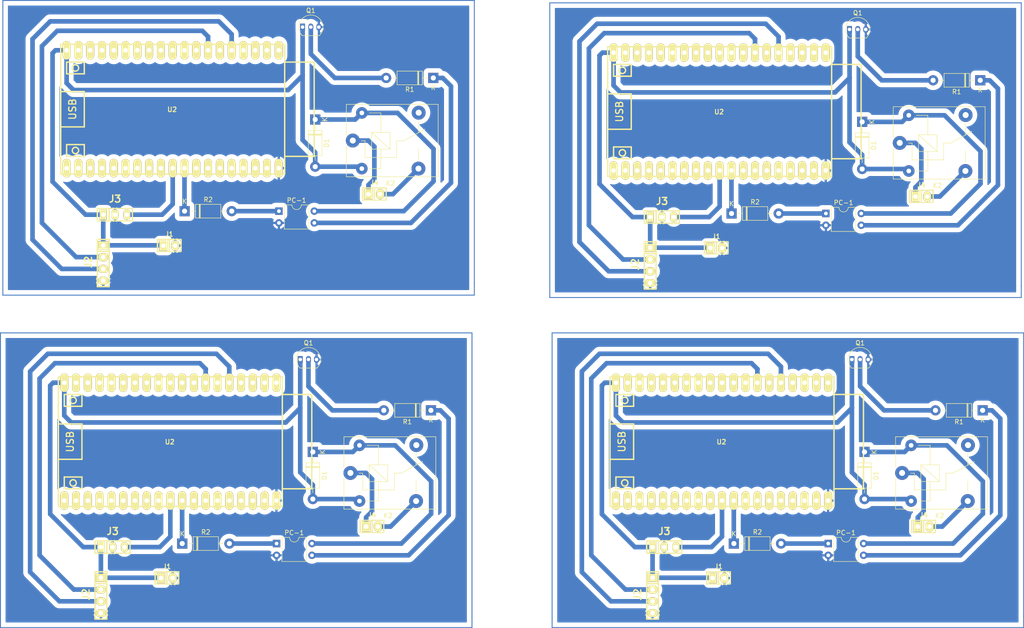
<source format=kicad_pcb>
(kicad_pcb (version 20240108) (generator "pcbnew") (generator_version "8.0")
  (layers (0 "F.Cu" signal) (31 "B.Cu" signal) (34 "B.Paste" user) (35 "F.Paste" user) (36 "B.SilkS" user "B.Silkscreen") (37 "F.SilkS" user "F.Silkscreen") (38 "B.Mask" user) (39 "F.Mask" user) (44 "Edge.Cuts" user))
  (net 0 "")
  (net 1 "GND")
  (net 2 "12V")
  (net 12 "ECCO")
  (net 14 "TRIG")
  (net 15 "Net-(J4-Pin_2)")
  (net 19 "Net-(Q1-B)")
  (net 28 "Net-(PC-1-Pad1)")
  (net 32 "18")
  (net 33 "AO")
  (net 34 "Net-(PC-1-Pad3)")
  (net 35 "5V")
  (net 40 "Net-(J4-Pin_1)")
  (footprint "Diode_THT:D_DO-41_SOD81_P10.16mm_Horizontal" (layer "F.Cu") (at 231.444 113.724 180)
    (property "Reference" "R1")
    (property "Value" "R")
  )
  (footprint "EESTN5:Pin_Header_3" (layer "F.Cu") (at 162.864 143.188)
    (property "Reference" "J3")
    (property "Value" "MQ-7" (hide yes))
  )
  (footprint "EESTN5:pin_strip_4" (layer "F.Cu") (at 160.324 153.602 -90)
    (property "Reference" "J2")
    (property "Value" "SENSOR DE ULTRASONIDO" (hide yes))
  )
  (footprint "Diode_THT:D_DO-41_SOD81_P10.16mm_Horizontal" (layer "F.Cu") (at 177.342 71.306)
    (property "Reference" "R2")
    (property "Value" "R")
  )
  (footprint "EESTN5:ESP32_DEVKITC" (layer "F.Cu") (at 56.418 120.464 180)
    (property "Reference" "U2")
    (property "Value" "ESP32_DEVKITC" (hide yes))
  )
  (footprint "Package_TO_SOT_THT:TO-92_Inline" (layer "F.Cu") (at 203.78 102.764)
    (property "Reference" "Q1")
    (property "Value" "BC548")
  )
  (footprint "EESTN5:Pin_Header_2" (layer "F.Cu") (at 218.236 67.3245)
    (property "Reference" "J4")
    (property "Value" "Conn_01x02_Pin" (hide yes))
  )
  (footprint "EESTN5:Pin_Header_2" (layer "F.Cu") (at 174.548 149.538)
    (property "Reference" "J1")
    (property "Value" "Conn_01x02_Pin" (hide yes))
  )
  (footprint "EESTN5:Pin_Header_2" (layer "F.Cu") (at 218.744 138.4445)
    (property "Reference" "J4")
    (property "Value" "Conn_01x02_Pin" (hide yes))
  )
  (footprint "EESTN5:pin_strip_4" (layer "F.Cu") (at 159.816 82.482 -90)
    (property "Reference" "J2")
    (property "Value" "SENSOR DE ULTRASONIDO" (hide yes))
  )
  (footprint "Package_DIP:DIP-4_W7.62mm" (layer "F.Cu") (at 79.816 70.793)
    (property "Reference" "PC-1")
    (property "Value" "PC817")
  )
  (footprint "Package_TO_SOT_THT:TO-92_Inline" (layer "F.Cu") (at 85.416 31.136)
    (property "Reference" "Q1")
    (property "Value" "BC548")
  )
  (footprint "EESTN5:Pin_Header_2" (layer "F.Cu") (at 174.04 78.418)
    (property "Reference" "J1")
    (property "Value" "Conn_01x02_Pin" (hide yes))
  )
  (footprint "Diode_THT:D_DO-41_SOD81_P10.16mm_Horizontal" (layer "F.Cu") (at 205.994 122.682 -90)
    (property "Reference" "D1")
    (property "Value" "1N4007")
  )
  (footprint "EESTN5:ESP32_DEVKITC" (layer "F.Cu") (at 174.782 49.344 180)
    (property "Reference" "U2")
    (property "Value" "ESP32_DEVKITC" (hide yes))
  )
  (footprint "EESTN5:Pin_Header_2" (layer "F.Cu") (at 100.38 66.8165)
    (property "Reference" "J4")
    (property "Value" "Conn_01x02_Pin" (hide yes))
  )
  (footprint "EESTN5:ESP32_DEVKITC" (layer "F.Cu") (at 175.29 120.464 180)
    (property "Reference" "U2")
    (property "Value" "ESP32_DEVKITC" (hide yes))
  )
  (footprint "EESTN5:Pin_Header_3" (layer "F.Cu") (at 162.356 72.068)
    (property "Reference" "J3")
    (property "Value" "MQ-7" (hide yes))
  )
  (footprint "Diode_THT:D_DO-41_SOD81_P10.16mm_Horizontal" (layer "F.Cu") (at 87.63 51.054 -90)
    (property "Reference" "D1")
    (property "Value" "1N4007")
  )
  (footprint "Relay_THT:Relay_SPDT_SANYOU_SRD_Series_Form_C" (layer "F.Cu") (at 214.094 127.212)
    (property "Reference" "K2")
    (property "Value" "SRD-12VDC-SL-C")
  )
  (footprint "EESTN5:pin_strip_4" (layer "F.Cu") (at 41.96 81.974 -90)
    (property "Reference" "J2")
    (property "Value" "SENSOR DE ULTRASONIDO" (hide yes))
  )
  (footprint "Diode_THT:D_DO-41_SOD81_P10.16mm_Horizontal" (layer "F.Cu") (at 230.936 42.604 180)
    (property "Reference" "R1")
    (property "Value" "R")
  )
  (footprint "Diode_THT:D_DO-41_SOD81_P10.16mm_Horizontal" (layer "F.Cu") (at 87.122 122.682 -90)
    (property "Reference" "D1")
    (property "Value" "1N4007")
  )
  (footprint "Package_TO_SOT_THT:TO-92_Inline" (layer "F.Cu") (at 203.272 31.644)
    (property "Reference" "Q1")
    (property "Value" "BC548")
  )
  (footprint "EESTN5:Pin_Header_3" (layer "F.Cu") (at 44.5 71.56)
    (property "Reference" "J3")
    (property "Value" "MQ-7" (hide yes))
  )
  (footprint "Package_TO_SOT_THT:TO-92_Inline" (layer "F.Cu") (at 84.908 102.764)
    (property "Reference" "Q1")
    (property "Value" "BC548")
  )
  (footprint "Diode_THT:D_DO-41_SOD81_P10.16mm_Horizontal" (layer "F.Cu") (at 177.85 142.426)
    (property "Reference" "R2")
    (property "Value" "R")
  )
  (footprint "EESTN5:Pin_Header_2" (layer "F.Cu") (at 99.872 138.4445)
    (property "Reference" "J4")
    (property "Value" "Conn_01x02_Pin" (hide yes))
  )
  (footprint "EESTN5:pin_strip_4" (layer "F.Cu") (at 41.452 153.602 -90)
    (property "Reference" "J2")
    (property "Value" "SENSOR DE ULTRASONIDO" (hide yes))
  )
  (footprint "Diode_THT:D_DO-41_SOD81_P10.16mm_Horizontal" (layer "F.Cu") (at 59.486 70.798)
    (property "Reference" "R2")
    (property "Value" "R")
  )
  (footprint "EESTN5:ESP32_DEVKITC" (layer "F.Cu") (at 56.926 48.836 180)
    (property "Reference" "U2")
    (property "Value" "ESP32_DEVKITC" (hide yes))
  )
  (footprint "Relay_THT:Relay_SPDT_SANYOU_SRD_Series_Form_C" (layer "F.Cu") (at 95.222 127.212)
    (property "Reference" "K2")
    (property "Value" "SRD-12VDC-SL-C")
  )
  (footprint "Diode_THT:D_DO-41_SOD81_P10.16mm_Horizontal" (layer "F.Cu") (at 205.486 51.562 -90)
    (property "Reference" "D1")
    (property "Value" "1N4007")
  )
  (footprint "EESTN5:Pin_Header_2" (layer "F.Cu") (at 55.676 149.538)
    (property "Reference" "J1")
    (property "Value" "Conn_01x02_Pin" (hide yes))
  )
  (footprint "EESTN5:Pin_Header_3" (layer "F.Cu") (at 43.992 143.188)
    (property "Reference" "J3")
    (property "Value" "MQ-7" (hide yes))
  )
  (footprint "Diode_THT:D_DO-41_SOD81_P10.16mm_Horizontal" (layer "F.Cu") (at 112.572 113.724 180)
    (property "Reference" "R1")
    (property "Value" "R")
  )
  (footprint "EESTN5:Pin_Header_2" (layer "F.Cu") (at 56.184 77.91)
    (property "Reference" "J1")
    (property "Value" "Conn_01x02_Pin" (hide yes))
  )
  (footprint "Package_DIP:DIP-4_W7.62mm" (layer "F.Cu") (at 79.308 142.421)
    (property "Reference" "PC-1")
    (property "Value" "PC817")
  )
  (footprint "Package_DIP:DIP-4_W7.62mm" (layer "F.Cu") (at 198.18 142.421)
    (property "Reference" "PC-1")
    (property "Value" "PC817")
  )
  (footprint "Diode_THT:D_DO-41_SOD81_P10.16mm_Horizontal" (layer "F.Cu") (at 58.978 142.426)
    (property "Reference" "R2")
    (property "Value" "R")
  )
  (footprint "Diode_THT:D_DO-41_SOD81_P10.16mm_Horizontal" (layer "F.Cu") (at 113.08 42.096 180)
    (property "Reference" "R1")
    (property "Value" "R")
  )
  (footprint "Relay_THT:Relay_SPDT_SANYOU_SRD_Series_Form_C" (layer "F.Cu") (at 213.586 56.092)
    (property "Reference" "K2")
    (property "Value" "SRD-12VDC-SL-C")
  )
  (footprint "Relay_THT:Relay_SPDT_SANYOU_SRD_Series_Form_C" (layer "F.Cu") (at 95.73 55.584)
    (property "Reference" "K2")
    (property "Value" "SRD-12VDC-SL-C")
  )
  (footprint "Package_DIP:DIP-4_W7.62mm" (layer "F.Cu") (at 197.672 71.301)
    (property "Reference" "PC-1")
    (property "Value" "PC817")
  )
  (gr_line (start 240.284 160.528) (end 138.684 160.528) (stroke (width 0.2)) (layer "B.Cu"))
  (gr_line (start 121.92 88.9) (end 20.32 88.9) (stroke (width 0.2)) (layer "B.Cu"))
  (gr_line (start 20.32 88.9) (end 20.32 25.4) (stroke (width 0.2)) (layer "B.Cu"))
  (gr_line (start 121.412 160.528) (end 19.812 160.528) (stroke (width 0.2)) (layer "B.Cu"))
  (gr_line (start 138.176 25.908) (end 239.776 25.908) (stroke (width 0.2)) (layer "B.Cu"))
  (gr_line (start 239.776 86.868) (end 239.776 89.408) (stroke (width 0.2)) (layer "B.Cu"))
  (gr_line (start 240.284 157.988) (end 240.284 160.528) (stroke (width 0.2)) (layer "B.Cu"))
  (gr_line (start 240.284 97.028) (end 240.284 157.988) (stroke (width 0.2)) (layer "B.Cu"))
  (gr_line (start 121.412 97.028) (end 121.412 157.988) (stroke (width 0.2)) (layer "B.Cu"))
  (gr_line (start 138.684 160.528) (end 138.684 97.028) (stroke (width 0.2)) (layer "B.Cu"))
  (gr_line (start 20.32 25.4) (end 121.92 25.4) (stroke (width 0.2)) (layer "B.Cu"))
  (gr_line (start 121.412 157.988) (end 121.412 160.528) (stroke (width 0.2)) (layer "B.Cu"))
  (gr_line (start 138.176 89.408) (end 138.176 25.908) (stroke (width 0.2)) (layer "B.Cu"))
  (gr_line (start 239.776 89.408) (end 138.176 89.408) (stroke (width 0.2)) (layer "B.Cu"))
  (gr_line (start 19.812 97.028) (end 121.412 97.028) (stroke (width 0.2)) (layer "B.Cu"))
  (gr_line (start 19.812 160.528) (end 19.812 97.028) (stroke (width 0.2)) (layer "B.Cu"))
  (gr_line (start 239.776 25.908) (end 239.776 86.868) (stroke (width 0.2)) (layer "B.Cu"))
  (gr_line (start 121.92 25.4) (end 121.92 86.36) (stroke (width 0.2)) (layer "B.Cu"))
  (gr_line (start 121.92 86.36) (end 121.92 88.9) (stroke (width 0.2)) (layer "B.Cu"))
  (gr_line (start 138.684 97.028) (end 240.284 97.028) (stroke (width 0.2)) (layer "B.Cu"))
  (segment (start 112.622 129.012) (end 104.872 121.262) (width 1) (layer "B.Cu") (net 2))
  (segment (start 215.536 50.142) (end 214.116 51.562) (width 1) (layer "B.Cu") (net 2))
  (segment (start 230.986 64.892) (end 230.986 57.892) (width 1) (layer "B.Cu") (net 2))
  (segment (start 97.68 49.634) (end 96.26 51.054) (width 1) (layer "B.Cu") (net 2))
  (segment (start 214.624 122.682) (end 205.994 122.682) (width 1) (layer "B.Cu") (net 2))
  (segment (start 225.085 142.421) (end 205.8 142.421) (width 1) (layer "B.Cu") (net 2))
  (segment (start 97.172 121.262) (end 95.752 122.682) (width 1) (layer "B.Cu") (net 2))
  (segment (start 231.494 136.012) (end 231.494 129.012) (width 1) (layer "B.Cu") (net 2))
  (segment (start 104.872 121.262) (end 97.172 121.262) (width 1) (layer "B.Cu") (net 2))
  (segment (start 230.986 64.892) (end 224.577 71.301) (width 1) (layer "B.Cu") (net 2))
  (segment (start 223.236 50.142) (end 215.536 50.142) (width 1) (layer "B.Cu") (net 2))
  (segment (start 112.622 136.012) (end 112.622 129.012) (width 1) (layer "B.Cu") (net 2))
  (segment (start 231.494 129.012) (end 223.744 121.262) (width 1) (layer "B.Cu") (net 2))
  (segment (start 214.116 51.562) (end 205.486 51.562) (width 1) (layer "B.Cu") (net 2))
  (segment (start 106.213 142.421) (end 86.928 142.421) (width 1) (layer "B.Cu") (net 2))
  (segment (start 230.986 57.892) (end 223.236 50.142) (width 1) (layer "B.Cu") (net 2))
  (segment (start 113.13 57.384) (end 105.38 49.634) (width 1) (layer "B.Cu") (net 2))
  (segment (start 112.622 136.012) (end 106.213 142.421) (width 1) (layer "B.Cu") (net 2))
  (segment (start 113.13 64.384) (end 113.13 57.384) (width 1) (layer "B.Cu") (net 2))
  (segment (start 223.744 121.262) (end 216.044 121.262) (width 1) (layer "B.Cu") (net 2))
  (segment (start 95.752 122.682) (end 87.122 122.682) (width 1) (layer "B.Cu") (net 2))
  (segment (start 224.577 71.301) (end 205.292 71.301) (width 1) (layer "B.Cu") (net 2))
  (segment (start 113.13 64.384) (end 106.721 70.793) (width 1) (layer "B.Cu") (net 2))
  (segment (start 106.721 70.793) (end 87.436 70.793) (width 1) (layer "B.Cu") (net 2))
  (segment (start 96.26 51.054) (end 87.63 51.054) (width 1) (layer "B.Cu") (net 2))
  (segment (start 216.044 121.262) (end 214.624 122.682) (width 1) (layer "B.Cu") (net 2))
  (segment (start 105.38 49.634) (end 97.68 49.634) (width 1) (layer "B.Cu") (net 2))
  (segment (start 231.494 136.012) (end 225.085 142.421) (width 1) (layer "B.Cu") (net 2))
  (segment (start 148.894 101.532) (end 185.216 101.532) (width 1) (layer "B.Cu") (net 12))
  (segment (start 26.72 33.714) (end 30.53 29.904) (width 1) (layer "B.Cu") (net 12))
  (segment (start 41.96 83.244) (end 33.02 83.244) (width 1) (layer "B.Cu") (net 12))
  (segment (start 144.576 34.222) (end 148.386 30.412) (width 1) (layer "B.Cu") (net 12))
  (segment (start 30.53 29.904) (end 66.852 29.904) (width 1) (layer "B.Cu") (net 12))
  (segment (start 187.482 33.186) (end 187.482 36.644) (width 1) (layer "B.Cu") (net 12))
  (segment (start 145.084 148.572) (end 145.084 105.342) (width 1) (layer "B.Cu") (net 12))
  (segment (start 66.344 101.532) (end 69.118 104.306) (width 1) (layer "B.Cu") (net 12))
  (segment (start 26.212 105.342) (end 30.022 101.532) (width 1) (layer "B.Cu") (net 12))
  (segment (start 187.99 104.306) (end 187.99 107.764) (width 1) (layer "B.Cu") (net 12))
  (segment (start 184.708 30.412) (end 187.482 33.186) (width 1) (layer "B.Cu") (net 12))
  (segment (start 145.084 105.342) (end 148.894 101.532) (width 1) (layer "B.Cu") (net 12))
  (segment (start 26.72 76.944) (end 26.72 33.714) (width 1) (layer "B.Cu") (net 12))
  (segment (start 41.452 154.872) (end 32.512 154.872) (width 1) (layer "B.Cu") (net 12))
  (segment (start 33.02 83.244) (end 26.72 76.944) (width 1) (layer "B.Cu") (net 12))
  (segment (start 30.022 101.532) (end 66.344 101.532) (width 1) (layer "B.Cu") (net 12))
  (segment (start 69.626 32.678) (end 69.626 36.136) (width 1) (layer "B.Cu") (net 12))
  (segment (start 159.816 83.752) (end 150.876 83.752) (width 1) (layer "B.Cu") (net 12))
  (segment (start 151.384 154.872) (end 145.084 148.572) (width 1) (layer "B.Cu") (net 12))
  (segment (start 32.512 154.872) (end 26.212 148.572) (width 1) (layer "B.Cu") (net 12))
  (segment (start 69.118 104.306) (end 69.118 107.764) (width 1) (layer "B.Cu") (net 12))
  (segment (start 150.876 83.752) (end 144.576 77.452) (width 1) (layer "B.Cu") (net 12))
  (segment (start 144.576 77.452) (end 144.576 34.222) (width 1) (layer "B.Cu") (net 12))
  (segment (start 160.324 154.872) (end 151.384 154.872) (width 1) (layer "B.Cu") (net 12))
  (segment (start 26.212 148.572) (end 26.212 105.342) (width 1) (layer "B.Cu") (net 12))
  (segment (start 66.852 29.904) (end 69.626 32.678) (width 1) (layer "B.Cu") (net 12))
  (segment (start 185.216 101.532) (end 187.99 104.306) (width 1) (layer "B.Cu") (net 12))
  (segment (start 148.386 30.412) (end 184.708 30.412) (width 1) (layer "B.Cu") (net 12))
  (segment (start 146.608 35.746) (end 149.91 32.444) (width 1) (layer "B.Cu") (net 14))
  (segment (start 153.979 81.212) (end 146.608 73.841) (width 1) (layer "B.Cu") (net 14))
  (segment (start 159.816 81.212) (end 153.979 81.212) (width 1) (layer "B.Cu") (net 14))
  (segment (start 63.296 31.936) (end 64.566 33.206) (width 1) (layer "B.Cu") (net 14))
  (segment (start 28.752 73.333) (end 28.752 35.238) (width 1) (layer "B.Cu") (net 14))
  (segment (start 28.244 144.961) (end 28.244 106.866) (width 1) (layer "B.Cu") (net 14))
  (segment (start 36.123 80.704) (end 28.752 73.333) (width 1) (layer "B.Cu") (net 14))
  (segment (start 41.96 80.704) (end 36.123 80.704) (width 1) (layer "B.Cu") (net 14))
  (segment (start 64.566 33.206) (end 64.546 33.226) (width 1) (layer "B.Cu") (net 14))
  (segment (start 149.91 32.444) (end 181.152 32.444) (width 1) (layer "B.Cu") (net 14))
  (segment (start 182.91 104.854) (end 182.91 107.764) (width 1) (layer "B.Cu") (net 14))
  (segment (start 150.418 103.564) (end 181.66 103.564) (width 1) (layer "B.Cu") (net 14))
  (segment (start 146.608 73.841) (end 146.608 35.746) (width 1) (layer "B.Cu") (net 14))
  (segment (start 160.324 152.332) (end 154.487 152.332) (width 1) (layer "B.Cu") (net 14))
  (segment (start 147.116 106.866) (end 150.418 103.564) (width 1) (layer "B.Cu") (net 14))
  (segment (start 154.487 152.332) (end 147.116 144.961) (width 1) (layer "B.Cu") (net 14))
  (segment (start 31.546 103.564) (end 62.788 103.564) (width 1) (layer "B.Cu") (net 14))
  (segment (start 64.058 104.834) (end 64.038 104.854) (width 1) (layer "B.Cu") (net 14))
  (segment (start 182.422 33.714) (end 182.402 33.734) (width 1) (layer "B.Cu") (net 14))
  (segment (start 181.152 32.444) (end 182.422 33.714) (width 1) (layer "B.Cu") (net 14))
  (segment (start 28.244 106.866) (end 31.546 103.564) (width 1) (layer "B.Cu") (net 14))
  (segment (start 64.546 33.226) (end 64.546 36.136) (width 1) (layer "B.Cu") (net 14))
  (segment (start 35.615 152.332) (end 28.244 144.961) (width 1) (layer "B.Cu") (net 14))
  (segment (start 28.752 35.238) (end 32.054 31.936) (width 1) (layer "B.Cu") (net 14))
  (segment (start 182.93 104.834) (end 182.91 104.854) (width 1) (layer "B.Cu") (net 14))
  (segment (start 182.402 33.734) (end 182.402 36.644) (width 1) (layer "B.Cu") (net 14))
  (segment (start 181.66 103.564) (end 182.93 104.834) (width 1) (layer "B.Cu") (net 14))
  (segment (start 62.788 103.564) (end 64.058 104.834) (width 1) (layer "B.Cu") (net 14))
  (segment (start 64.038 104.854) (end 64.038 107.764) (width 1) (layer "B.Cu") (net 14))
  (segment (start 32.054 31.936) (end 63.296 31.936) (width 1) (layer "B.Cu") (net 14))
  (segment (start 41.452 152.332) (end 35.615 152.332) (width 1) (layer "B.Cu") (net 14))
  (segment (start 147.116 144.961) (end 147.116 106.866) (width 1) (layer "B.Cu") (net 14))
  (segment (start 222.236 67.642) (end 227.736 62.142) (width 1) (layer "B.Cu") (net 15))
  (segment (start 222.744 138.762) (end 228.244 133.262) (width 1) (layer "B.Cu") (net 15))
  (segment (start 101.142 138.762) (end 103.872 138.762) (width 1) (layer "B.Cu") (net 15))
  (segment (start 103.872 138.762) (end 109.372 133.262) (width 1) (layer "B.Cu") (net 15))
  (segment (start 220.014 138.762) (end 222.744 138.762) (width 1) (layer "B.Cu") (net 15))
  (segment (start 101.65 67.134) (end 104.38 67.134) (width 1) (layer "B.Cu") (net 15))
  (segment (start 219.506 67.642) (end 222.236 67.642) (width 1) (layer "B.Cu") (net 15))
  (segment (start 104.38 67.134) (end 109.88 61.634) (width 1) (layer "B.Cu") (net 15))
  (segment (start 205.05 102.764) (end 205.05 108.554) (width 1) (layer "B.Cu") (net 19))
  (segment (start 86.686 31.136) (end 86.686 36.926) (width 1) (layer "B.Cu") (net 19))
  (segment (start 86.178 102.764) (end 86.178 108.554) (width 1) (layer "B.Cu") (net 19))
  (segment (start 91.856 42.096) (end 102.92 42.096) (width 1) (layer "B.Cu") (net 19))
  (segment (start 205.05 108.554) (end 210.22 113.724) (width 1) (layer "B.Cu") (net 19))
  (segment (start 204.542 31.644) (end 204.542 37.434) (width 1) (layer "B.Cu") (net 19))
  (segment (start 204.542 37.434) (end 209.712 42.604) (width 1) (layer "B.Cu") (net 19))
  (segment (start 86.178 108.554) (end 91.348 113.724) (width 1) (layer "B.Cu") (net 19))
  (segment (start 209.712 42.604) (end 220.776 42.604) (width 1) (layer "B.Cu") (net 19))
  (segment (start 210.22 113.724) (end 221.284 113.724) (width 1) (layer "B.Cu") (net 19))
  (segment (start 91.348 113.724) (end 102.412 113.724) (width 1) (layer "B.Cu") (net 19))
  (segment (start 86.686 36.926) (end 91.856 42.096) (width 1) (layer "B.Cu") (net 19))
  (segment (start 198.175 142.426) (end 198.18 142.421) (width 1) (layer "B.Cu") (net 28))
  (segment (start 69.138 142.426) (end 79.303 142.426) (width 1) (layer "B.Cu") (net 28))
  (segment (start 79.811 70.798) (end 79.816 70.793) (width 1) (layer "B.Cu") (net 28))
  (segment (start 187.502 71.306) (end 197.667 71.306) (width 1) (layer "B.Cu") (net 28))
  (segment (start 188.01 142.426) (end 198.175 142.426) (width 1) (layer "B.Cu") (net 28))
  (segment (start 69.646 70.798) (end 79.811 70.798) (width 1) (layer "B.Cu") (net 28))
  (segment (start 197.667 71.306) (end 197.672 71.301) (width 1) (layer "B.Cu") (net 28))
  (segment (start 79.303 142.426) (end 79.308 142.421) (width 1) (layer "B.Cu") (net 28))
  (segment (start 59.466 70.778) (end 59.486 70.798) (width 1) (layer "B.Cu") (net 32))
  (segment (start 58.958 133.164) (end 58.958 142.406) (width 1) (layer "B.Cu") (net 32))
  (segment (start 177.83 142.406) (end 177.85 142.426) (width 1) (layer "B.Cu") (net 32))
  (segment (start 177.83 133.164) (end 177.83 142.406) (width 1) (layer "B.Cu") (net 32))
  (segment (start 59.466 61.536) (end 59.466 70.778) (width 1) (layer "B.Cu") (net 32))
  (segment (start 58.958 142.406) (end 58.978 142.426) (width 1) (layer "B.Cu") (net 32))
  (segment (start 177.322 62.044) (end 177.322 71.286) (width 1) (layer "B.Cu") (net 32))
  (segment (start 177.322 71.286) (end 177.342 71.306) (width 1) (layer "B.Cu") (net 32))
  (segment (start 164.896 72.068) (end 172.516 72.068) (width 1) (layer "B.Cu") (net 33))
  (segment (start 56.418 140.922) (end 56.418 133.164) (width 1) (layer "B.Cu") (net 33))
  (segment (start 47.04 71.56) (end 54.66 71.56) (width 1) (layer "B.Cu") (net 33))
  (segment (start 54.152 143.188) (end 56.418 140.922) (width 1) (layer "B.Cu") (net 33))
  (segment (start 174.782 69.802) (end 174.782 62.044) (width 1) (layer "B.Cu") (net 33))
  (segment (start 46.532 143.188) (end 54.152 143.188) (width 1) (layer "B.Cu") (net 33))
  (segment (start 172.516 72.068) (end 174.782 69.802) (width 1) (layer "B.Cu") (net 33))
  (segment (start 173.024 143.188) (end 175.29 140.922) (width 1) (layer "B.Cu") (net 33))
  (segment (start 56.926 69.294) (end 56.926 61.536) (width 1) (layer "B.Cu") (net 33))
  (segment (start 175.29 140.922) (end 175.29 133.164) (width 1) (layer "B.Cu") (net 33))
  (segment (start 165.404 143.188) (end 173.024 143.188) (width 1) (layer "B.Cu") (net 33))
  (segment (start 54.66 71.56) (end 56.926 69.294) (width 1) (layer "B.Cu") (net 33))
  (segment (start 116.89 64.702) (end 116.89 43.874) (width 1) (layer "B.Cu") (net 34))
  (segment (start 108.259 73.333) (end 116.89 64.702) (width 1) (layer "B.Cu") (net 34))
  (segment (start 235.254 136.33) (end 235.254 115.502) (width 1) (layer "B.Cu") (net 34))
  (segment (start 107.751 144.961) (end 116.382 136.33) (width 1) (layer "B.Cu") (net 34))
  (segment (start 116.382 136.33) (end 116.382 115.502) (width 1) (layer "B.Cu") (net 34))
  (segment (start 226.115 73.841) (end 234.746 65.21) (width 1) (layer "B.Cu") (net 34))
  (segment (start 116.89 43.874) (end 115.112 42.096) (width 1) (layer "B.Cu") (net 34))
  (segment (start 116.382 115.502) (end 114.604 113.724) (width 1) (layer "B.Cu") (net 34))
  (segment (start 115.112 42.096) (end 113.08 42.096) (width 1) (layer "B.Cu") (net 34))
  (segment (start 226.623 144.961) (end 235.254 136.33) (width 1) (layer "B.Cu") (net 34))
  (segment (start 234.746 65.21) (end 234.746 44.382) (width 1) (layer "B.Cu") (net 34))
  (segment (start 205.292 73.841) (end 226.115 73.841) (width 1) (layer "B.Cu") (net 34))
  (segment (start 114.604 113.724) (end 112.572 113.724) (width 1) (layer "B.Cu") (net 34))
  (segment (start 234.746 44.382) (end 232.968 42.604) (width 1) (layer "B.Cu") (net 34))
  (segment (start 205.8 144.961) (end 226.623 144.961) (width 1) (layer "B.Cu") (net 34))
  (segment (start 233.476 113.724) (end 231.444 113.724) (width 1) (layer "B.Cu") (net 34))
  (segment (start 86.928 144.961) (end 107.751 144.961) (width 1) (layer "B.Cu") (net 34))
  (segment (start 235.254 115.502) (end 233.476 113.724) (width 1) (layer "B.Cu") (net 34))
  (segment (start 232.968 42.604) (end 230.936 42.604) (width 1) (layer "B.Cu") (net 34))
  (segment (start 87.436 73.333) (end 108.259 73.333) (width 1) (layer "B.Cu") (net 34))
  (segment (start 41.96 71.56) (end 41.96 78.164) (width 1) (layer "B.Cu") (net 35))
  (segment (start 87.63 61.214) (end 97.26 61.214) (width 1) (layer "B.Cu") (net 35))
  (segment (start 205.486 58.674) (end 202.772 55.96) (width 1) (layer "B.Cu") (net 35))
  (segment (start 215.624 132.842) (end 216.044 133.262) (width 1) (layer "B.Cu") (net 35))
  (segment (start 96.752 132.842) (end 97.172 133.262) (width 1) (layer "B.Cu") (net 35))
  (segment (start 215.116 61.722) (end 215.536 62.142) (width 1) (layer "B.Cu") (net 35))
  (segment (start 87.63 61.214) (end 87.63 58.166) (width 1) (layer "B.Cu") (net 35))
  (segment (start 149.402 108.39) (end 150.028 107.764) (width 1) (layer "B.Cu") (net 35))
  (segment (start 152.43 107.764) (end 152.43 114.838) (width 1) (layer "B.Cu") (net 35))
  (segment (start 81.28 116.332) (end 84.408 113.204) (width 1) (layer "B.Cu") (net 35))
  (segment (start 37.642 143.188) (end 30.53 136.076) (width 1) (layer "B.Cu") (net 35))
  (segment (start 54.3425 149.792) (end 54.406 149.8555) (width 1) (layer "B.Cu") (net 35))
  (segment (start 205.486 61.722) (end 215.116 61.722) (width 1) (layer "B.Cu") (net 35))
  (segment (start 87.122 132.842) (end 87.122 129.794) (width 1) (layer "B.Cu") (net 35))
  (segment (start 149.52 36.644) (end 151.922 36.644) (width 1) (layer "B.Cu") (net 35))
  (segment (start 87.122 132.842) (end 96.752 132.842) (width 1) (layer "B.Cu") (net 35))
  (segment (start 202.772 42.084) (end 202.772 31.644) (width 1) (layer "B.Cu") (net 35))
  (segment (start 30.53 136.076) (end 30.53 108.39) (width 1) (layer "B.Cu") (net 35))
  (segment (start 33.558 107.764) (end 33.558 114.838) (width 1) (layer "B.Cu") (net 35))
  (segment (start 152.43 114.838) (end 153.924 116.332) (width 1) (layer "B.Cu") (net 35))
  (segment (start 151.922 36.644) (end 151.922 43.718) (width 1) (layer "B.Cu") (net 35))
  (segment (start 41.452 143.188) (end 37.642 143.188) (width 1) (layer "B.Cu") (net 35))
  (segment (start 148.894 64.956) (end 148.894 37.27) (width 1) (layer "B.Cu") (net 35))
  (segment (start 205.994 132.842) (end 215.624 132.842) (width 1) (layer "B.Cu") (net 35))
  (segment (start 159.816 78.672) (end 172.7065 78.672) (width 1) (layer "B.Cu") (net 35))
  (segment (start 41.96 71.56) (end 38.15 71.56) (width 1) (layer "B.Cu") (net 35))
  (segment (start 41.452 143.188) (end 41.452 149.792) (width 1) (layer "B.Cu") (net 35))
  (segment (start 87.122 129.794) (end 84.408 127.08) (width 1) (layer "B.Cu") (net 35))
  (segment (start 156.006 72.068) (end 148.894 64.956) (width 1) (layer "B.Cu") (net 35))
  (segment (start 160.324 143.188) (end 160.324 149.792) (width 1) (layer "B.Cu") (net 35))
  (segment (start 54.8505 78.164) (end 54.914 78.2275) (width 1) (layer "B.Cu") (net 35))
  (segment (start 159.816 72.068) (end 159.816 78.672) (width 1) (layer "B.Cu") (net 35))
  (segment (start 149.402 136.076) (end 149.402 108.39) (width 1) (layer "B.Cu") (net 35))
  (segment (start 205.994 129.794) (end 203.28 127.08) (width 1) (layer "B.Cu") (net 35))
  (segment (start 84.408 113.204) (end 84.408 102.764) (width 1) (layer "B.Cu") (net 35))
  (segment (start 84.408 127.08) (end 84.408 113.204) (width 1) (layer "B.Cu") (net 35))
  (segment (start 172.7065 78.672) (end 172.77 78.7355) (width 1) (layer "B.Cu") (net 35))
  (segment (start 31.038 64.448) (end 31.038 36.762) (width 1) (layer "B.Cu") (net 35))
  (segment (start 31.156 107.764) (end 33.558 107.764) (width 1) (layer "B.Cu") (net 35))
  (segment (start 34.066 43.21) (end 35.56 44.704) (width 1) (layer "B.Cu") (net 35))
  (segment (start 34.066 36.136) (end 34.066 43.21) (width 1) (layer "B.Cu") (net 35))
  (segment (start 31.664 36.136) (end 34.066 36.136) (width 1) (layer "B.Cu") (net 35))
  (segment (start 203.28 127.08) (end 203.28 113.204) (width 1) (layer "B.Cu") (net 35))
  (segment (start 159.816 72.068) (end 156.006 72.068) (width 1) (layer "B.Cu") (net 35))
  (segment (start 153.416 45.212) (end 199.644 45.212) (width 1) (layer "B.Cu") (net 35))
  (segment (start 160.324 149.792) (end 173.2145 149.792) (width 1) (layer "B.Cu") (net 35))
  (segment (start 41.452 149.792) (end 54.3425 149.792) (width 1) (layer "B.Cu") (net 35))
  (segment (start 30.53 108.39) (end 31.156 107.764) (width 1) (layer "B.Cu") (net 35))
  (segment (start 97.26 61.214) (end 97.68 61.634) (width 1) (layer "B.Cu") (net 35))
  (segment (start 173.2145 149.792) (end 173.278 149.8555) (width 1) (layer "B.Cu") (net 35))
  (segment (start 84.916 55.452) (end 84.916 41.576) (width 1) (layer "B.Cu") (net 35))
  (segment (start 84.916 41.576) (end 84.916 31.136) (width 1) (layer "B.Cu") (net 35))
  (segment (start 203.28 113.204) (end 203.28 102.764) (width 1) (layer "B.Cu") (net 35))
  (segment (start 160.324 143.188) (end 156.514 143.188) (width 1) (layer "B.Cu") (net 35))
  (segment (start 38.15 71.56) (end 31.038 64.448) (width 1) (layer "B.Cu") (net 35))
  (segment (start 150.028 107.764) (end 152.43 107.764) (width 1) (layer "B.Cu") (net 35))
  (segment (start 81.788 44.704) (end 84.916 41.576) (width 1) (layer "B.Cu") (net 35))
  (segment (start 199.644 45.212) (end 202.772 42.084) (width 1) (layer "B.Cu") (net 35))
  (segment (start 33.558 114.838) (end 35.052 116.332) (width 1) (layer "B.Cu") (net 35))
  (segment (start 202.772 55.96) (end 202.772 42.084) (width 1) (layer "B.Cu") (net 35))
  (segment (start 35.052 116.332) (end 81.28 116.332) (width 1) (layer "B.Cu") (net 35))
  (segment (start 153.924 116.332) (end 200.152 116.332) (width 1) (layer "B.Cu") (net 35))
  (segment (start 205.486 61.722) (end 205.486 58.674) (width 1) (layer "B.Cu") (net 35))
  (segment (start 35.56 44.704) (end 81.788 44.704) (width 1) (layer "B.Cu") (net 35))
  (segment (start 156.514 143.188) (end 149.402 136.076) (width 1) (layer "B.Cu") (net 35))
  (segment (start 31.038 36.762) (end 31.664 36.136) (width 1) (layer "B.Cu") (net 35))
  (segment (start 205.994 132.842) (end 205.994 129.794) (width 1) (layer "B.Cu") (net 35))
  (segment (start 148.894 37.27) (end 149.52 36.644) (width 1) (layer "B.Cu") (net 35))
  (segment (start 41.96 78.164) (end 54.8505 78.164) (width 1) (layer "B.Cu") (net 35))
  (segment (start 200.152 116.332) (end 203.28 113.204) (width 1) (layer "B.Cu") (net 35))
  (segment (start 151.922 43.718) (end 153.416 45.212) (width 1) (layer "B.Cu") (net 35))
  (segment (start 87.63 58.166) (end 84.916 55.452) (width 1) (layer "B.Cu") (net 35))
  (segment (start 95.73 55.584) (end 99.08 55.584) (width 1) (layer "B.Cu") (net 40))
  (segment (start 98.602 136.782) (end 98.602 138.762) (width 1) (layer "B.Cu") (net 40))
  (segment (start 218.744 128.512) (end 218.744 135.512) (width 1) (layer "B.Cu") (net 40))
  (segment (start 218.744 135.512) (end 217.474 136.782) (width 1) (layer "B.Cu") (net 40))
  (segment (start 99.11 65.154) (end 99.11 67.134) (width 1) (layer "B.Cu") (net 40))
  (segment (start 95.222 127.212) (end 98.572 127.212) (width 1) (layer "B.Cu") (net 40))
  (segment (start 217.474 136.782) (end 217.474 138.762) (width 1) (layer "B.Cu") (net 40))
  (segment (start 216.936 56.092) (end 218.236 57.392) (width 1) (layer "B.Cu") (net 40))
  (segment (start 99.872 135.512) (end 98.602 136.782) (width 1) (layer "B.Cu") (net 40))
  (segment (start 100.38 63.884) (end 99.11 65.154) (width 1) (layer "B.Cu") (net 40))
  (segment (start 99.08 55.584) (end 100.38 56.884) (width 1) (layer "B.Cu") (net 40))
  (segment (start 217.444 127.212) (end 218.744 128.512) (width 1) (layer "B.Cu") (net 40))
  (segment (start 214.094 127.212) (end 217.444 127.212) (width 1) (layer "B.Cu") (net 40))
  (segment (start 218.236 57.392) (end 218.236 64.392) (width 1) (layer "B.Cu") (net 40))
  (segment (start 100.38 56.884) (end 100.38 63.884) (width 1) (layer "B.Cu") (net 40))
  (segment (start 99.872 128.512) (end 99.872 135.512) (width 1) (layer "B.Cu") (net 40))
  (segment (start 213.586 56.092) (end 216.936 56.092) (width 1) (layer "B.Cu") (net 40))
  (segment (start 218.236 64.392) (end 216.966 65.662) (width 1) (layer "B.Cu") (net 40))
  (segment (start 216.966 65.662) (end 216.966 67.642) (width 1) (layer "B.Cu") (net 40))
  (segment (start 98.572 127.212) (end 99.872 128.512) (width 1) (layer "B.Cu") (net 40))
  (zone (net 1) (net_name "GND") (layer "B.Cu") (connect_pads (clearance 1)) (min_thickness 0.25) (fill yes (thermal_gap 0.5) (thermal_bridge_width 0.5))
    (polygon (pts (xy 239.776 89.408) (xy 138.176 89.408) (xy 138.176 25.908) (xy 239.776 25.908)))
  )
  (zone (net 1) (net_name "GND") (layer "B.Cu") (connect_pads (clearance 1)) (min_thickness 0.25) (fill yes (thermal_gap 0.5) (thermal_bridge_width 0.5))
    (polygon (pts (xy 240.284 160.528) (xy 138.684 160.528) (xy 138.684 97.028) (xy 240.284 97.028)))
  )
  (zone (net 1) (net_name "GND") (layer "B.Cu") (connect_pads (clearance 1)) (min_thickness 0.25) (fill yes (thermal_gap 0.5) (thermal_bridge_width 0.5))
    (polygon (pts (xy 121.412 160.528) (xy 19.812 160.528) (xy 19.812 97.028) (xy 121.412 97.028)))
  )
  (zone (net 1) (net_name "GND") (layer "B.Cu") (connect_pads (clearance 1)) (min_thickness 0.25) (fill yes (thermal_gap 0.5) (thermal_bridge_width 0.5))
    (polygon (pts (xy 121.92 88.9) (xy 20.32 88.9) (xy 20.32 25.4) (xy 121.92 25.4)))
  )
)
</source>
